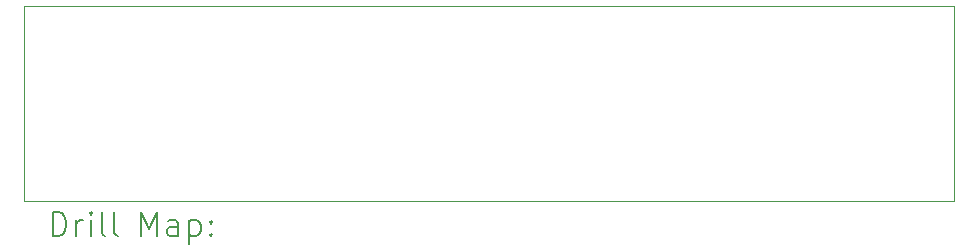
<source format=gbr>
%TF.GenerationSoftware,KiCad,Pcbnew,(6.99.0-2452-gdb4f2d9dd8)*%
%TF.CreationDate,2022-07-21T16:30:49-08:00*%
%TF.ProjectId,speaker-SAO,73706561-6b65-4722-9d53-414f2e6b6963,rev?*%
%TF.SameCoordinates,Original*%
%TF.FileFunction,Drillmap*%
%TF.FilePolarity,Positive*%
%FSLAX45Y45*%
G04 Gerber Fmt 4.5, Leading zero omitted, Abs format (unit mm)*
G04 Created by KiCad (PCBNEW (6.99.0-2452-gdb4f2d9dd8)) date 2022-07-21 16:30:49*
%MOMM*%
%LPD*%
G01*
G04 APERTURE LIST*
%ADD10C,0.100000*%
%ADD11C,0.200000*%
G04 APERTURE END LIST*
D10*
X8412000Y-12273000D02*
X16288000Y-12273000D01*
X16288000Y-12273000D02*
X16288000Y-13922000D01*
X16288000Y-13922000D02*
X8412000Y-13922000D01*
X8412000Y-13922000D02*
X8412000Y-12273000D01*
D11*
X8654619Y-14220476D02*
X8654619Y-14020476D01*
X8654619Y-14020476D02*
X8702238Y-14020476D01*
X8702238Y-14020476D02*
X8730810Y-14030000D01*
X8730810Y-14030000D02*
X8749857Y-14049048D01*
X8749857Y-14049048D02*
X8759381Y-14068095D01*
X8759381Y-14068095D02*
X8768905Y-14106190D01*
X8768905Y-14106190D02*
X8768905Y-14134762D01*
X8768905Y-14134762D02*
X8759381Y-14172857D01*
X8759381Y-14172857D02*
X8749857Y-14191905D01*
X8749857Y-14191905D02*
X8730810Y-14210952D01*
X8730810Y-14210952D02*
X8702238Y-14220476D01*
X8702238Y-14220476D02*
X8654619Y-14220476D01*
X8854619Y-14220476D02*
X8854619Y-14087143D01*
X8854619Y-14125238D02*
X8864143Y-14106190D01*
X8864143Y-14106190D02*
X8873667Y-14096667D01*
X8873667Y-14096667D02*
X8892714Y-14087143D01*
X8892714Y-14087143D02*
X8911762Y-14087143D01*
X8978429Y-14220476D02*
X8978429Y-14087143D01*
X8978429Y-14020476D02*
X8968905Y-14030000D01*
X8968905Y-14030000D02*
X8978429Y-14039524D01*
X8978429Y-14039524D02*
X8987952Y-14030000D01*
X8987952Y-14030000D02*
X8978429Y-14020476D01*
X8978429Y-14020476D02*
X8978429Y-14039524D01*
X9102238Y-14220476D02*
X9083190Y-14210952D01*
X9083190Y-14210952D02*
X9073667Y-14191905D01*
X9073667Y-14191905D02*
X9073667Y-14020476D01*
X9207000Y-14220476D02*
X9187952Y-14210952D01*
X9187952Y-14210952D02*
X9178429Y-14191905D01*
X9178429Y-14191905D02*
X9178429Y-14020476D01*
X9403190Y-14220476D02*
X9403190Y-14020476D01*
X9403190Y-14020476D02*
X9469857Y-14163333D01*
X9469857Y-14163333D02*
X9536524Y-14020476D01*
X9536524Y-14020476D02*
X9536524Y-14220476D01*
X9717476Y-14220476D02*
X9717476Y-14115714D01*
X9717476Y-14115714D02*
X9707952Y-14096667D01*
X9707952Y-14096667D02*
X9688905Y-14087143D01*
X9688905Y-14087143D02*
X9650809Y-14087143D01*
X9650809Y-14087143D02*
X9631762Y-14096667D01*
X9717476Y-14210952D02*
X9698429Y-14220476D01*
X9698429Y-14220476D02*
X9650809Y-14220476D01*
X9650809Y-14220476D02*
X9631762Y-14210952D01*
X9631762Y-14210952D02*
X9622238Y-14191905D01*
X9622238Y-14191905D02*
X9622238Y-14172857D01*
X9622238Y-14172857D02*
X9631762Y-14153809D01*
X9631762Y-14153809D02*
X9650809Y-14144286D01*
X9650809Y-14144286D02*
X9698429Y-14144286D01*
X9698429Y-14144286D02*
X9717476Y-14134762D01*
X9812714Y-14087143D02*
X9812714Y-14287143D01*
X9812714Y-14096667D02*
X9831762Y-14087143D01*
X9831762Y-14087143D02*
X9869857Y-14087143D01*
X9869857Y-14087143D02*
X9888905Y-14096667D01*
X9888905Y-14096667D02*
X9898429Y-14106190D01*
X9898429Y-14106190D02*
X9907952Y-14125238D01*
X9907952Y-14125238D02*
X9907952Y-14182381D01*
X9907952Y-14182381D02*
X9898429Y-14201428D01*
X9898429Y-14201428D02*
X9888905Y-14210952D01*
X9888905Y-14210952D02*
X9869857Y-14220476D01*
X9869857Y-14220476D02*
X9831762Y-14220476D01*
X9831762Y-14220476D02*
X9812714Y-14210952D01*
X9993667Y-14201428D02*
X10003190Y-14210952D01*
X10003190Y-14210952D02*
X9993667Y-14220476D01*
X9993667Y-14220476D02*
X9984143Y-14210952D01*
X9984143Y-14210952D02*
X9993667Y-14201428D01*
X9993667Y-14201428D02*
X9993667Y-14220476D01*
X9993667Y-14096667D02*
X10003190Y-14106190D01*
X10003190Y-14106190D02*
X9993667Y-14115714D01*
X9993667Y-14115714D02*
X9984143Y-14106190D01*
X9984143Y-14106190D02*
X9993667Y-14096667D01*
X9993667Y-14096667D02*
X9993667Y-14115714D01*
M02*

</source>
